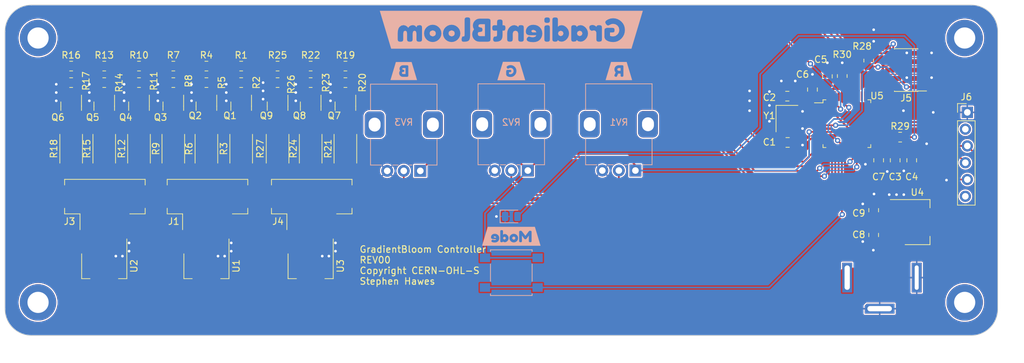
<source format=kicad_pcb>
(kicad_pcb (version 20221018) (generator pcbnew)
  (layers (0 "F.Cu" signal) (31 "B.Cu" signal) (34 "B.Paste" user) (35 "F.Paste" user) (36 "B.SilkS" user "B.Silkscreen") (37 "F.SilkS" user "F.Silkscreen") (38 "B.Mask" user) (39 "F.Mask" user) (44 "Edge.Cuts" user))
  (net 0 "")
  (net 1 "GND")
  (net 2 "/LED0_R")
  (net 3 "+12V")
  (net 4 "/LED0/B_OUT")
  (net 5 "/LED0/G_OUT")
  (net 6 "/LED0/R_OUT")
  (net 7 "Net-(J1-Pin_4)")
  (net 8 "/LED1/B_OUT")
  (net 9 "/LED1/G_OUT")
  (net 10 "/LED1/R_OUT")
  (net 11 "Net-(J3-Pin_4)")
  (net 12 "/LED2/B_OUT")
  (net 13 "/LED2/G_OUT")
  (net 14 "/LED2/R_OUT")
  (net 15 "Net-(J4-Pin_4)")
  (net 16 "Net-(Q1-G)")
  (net 17 "Net-(Q1-D)")
  (net 18 "Net-(Q2-G)")
  (net 19 "Net-(Q2-D)")
  (net 20 "Net-(Q3-G)")
  (net 21 "Net-(Q3-D)")
  (net 22 "Net-(Q4-G)")
  (net 23 "Net-(Q4-D)")
  (net 24 "Net-(Q5-G)")
  (net 25 "Net-(Q5-D)")
  (net 26 "Net-(Q6-G)")
  (net 27 "Net-(Q6-D)")
  (net 28 "Net-(Q7-G)")
  (net 29 "Net-(Q7-D)")
  (net 30 "Net-(Q8-G)")
  (net 31 "Net-(Q8-D)")
  (net 32 "Net-(Q9-G)")
  (net 33 "Net-(Q9-D)")
  (net 34 "/LED1_R")
  (net 35 "/LED2_R")
  (net 36 "/LED1_G")
  (net 37 "/LED2_B")
  (net 38 "/LED2_G")
  (net 39 "/LED0_G")
  (net 40 "/LED0_B")
  (net 41 "/LED")
  (net 42 "/R_POT")
  (net 43 "/G_POT")
  (net 44 "/B_POT")
  (net 45 "/LED1_B")
  (net 46 "Net-(D1-A)")
  (net 47 "OSC_OUT")
  (net 48 "OSC_IN")
  (net 49 "+3V3")
  (net 51 "MCU_RX")
  (net 52 "MCU_TX")
  (net 54 "RESET")
  (net 55 "BOOT0")
  (net 69 "SWDIO")
  (net 72 "SWCLK")
  (footprint "Package_TO_SOT_SMD:SOT-223" (layer "F.Cu") (at 46.1875 39.5 -90)
    (fp_text reference "U3")
    (fp_text value "AZ1117-5.0")
  )
  (footprint "Resistor_SMD:R_0805_2012Metric" (layer "F.Cu") (at 10 11.75 180)
    (fp_text reference "R17")
    (fp_text value "10k")
  )
  (footprint "Resistor_SMD:R_0805_2012Metric" (layer "F.Cu") (at 20.249999 11.75 180)
    (fp_text reference "R11")
    (fp_text value "10k")
  )
  (footprint "Resistor_SMD:R_2512_6332Metric" (layer "F.Cu") (at 35.6875 21.75 90)
    (fp_text reference "R3")
    (fp_text value "15R")
  )
  (footprint "Resistor_SMD:R_0805_2012Metric" (layer "F.Cu") (at 15 11.75 180)
    (fp_text reference "R14")
    (fp_text value "10k")
  )
  (footprint "Capacitor_SMD:C_0805_2012Metric" (layer "F.Cu") (at 124.25 10.8 90)
    (fp_text reference "C5")
    (fp_text value "100nF")
  )
  (footprint "Resistor_SMD:R_0805_2012Metric" (layer "F.Cu") (at 41.1875 9.25)
    (fp_text reference "R25")
    (fp_text value "120R")
  )
  (footprint "MountingHole:MountingHole_3.2mm_M3_ISO14580_Pad" (layer "F.Cu") (at 145 45)
    (fp_text reference "H3" hide)
    (fp_text value "MountingHole")
  )
  (footprint "Resistor_SMD:R_2512_6332Metric" (layer "F.Cu") (at 51.4375 21.75 90)
    (fp_text reference "R21")
    (fp_text value "15R")
  )
  (footprint "Package_TO_SOT_SMD:SOT-23" (layer "F.Cu") (at 10 15.3125 -90)
    (fp_text reference "Q6")
    (fp_text value "AO3400A")
  )
  (footprint "Resistor_SMD:R_0805_2012Metric" (layer "F.Cu") (at 51.4375 11.75 180)
    (fp_text reference "R20")
    (fp_text value "10k")
  )
  (footprint "Resistor_SMD:R_0805_2012Metric" (layer "F.Cu") (at 46.1875 9.25)
    (fp_text reference "R22")
    (fp_text value "120R")
  )
  (footprint "Resistor_SMD:R_2512_6332Metric" (layer "F.Cu") (at 10 21.75 90)
    (fp_text reference "R18")
    (fp_text value "15R")
  )
  (footprint "Resistor_SMD:R_0805_2012Metric" (layer "F.Cu") (at 51.4375 9.25)
    (fp_text reference "R19")
    (fp_text value "120R")
  )
  (footprint "Resistor_SMD:R_0805_2012Metric" (layer "F.Cu") (at 20.249999 9.25)
    (fp_text reference "R10")
    (fp_text value "120R")
  )
  (footprint "Capacitor_SMD:C_0805_2012Metric" (layer "F.Cu") (at 118.25 20.8 180)
    (fp_text reference "C1")
    (fp_text value "15pF")
  )
  (footprint "Capacitor_SMD:C_0805_2012Metric" (layer "F.Cu") (at 132 23.5 -90)
    (fp_text reference "C7")
    (fp_text value "4.7uF")
  )
  (footprint "Package_TO_SOT_SMD:SOT-23" (layer "F.Cu") (at 41.1875 15.3125 -90)
    (fp_text reference "Q9")
    (fp_text value "AO3400A")
  )
  (footprint "Package_TO_SOT_SMD:SOT-223" (layer "F.Cu") (at 137.85 32.85)
    (fp_text reference "U4")
    (fp_text value "AZ1117-3.3")
  )
  (footprint "Capacitor_SMD:C_0805_2012Metric" (layer "F.Cu") (at 137 23.5 -90)
    (fp_text reference "C4")
    (fp_text value "100nF")
  )
  (footprint "Package_TO_SOT_SMD:SOT-23" (layer "F.Cu") (at 51.4375 15.3125 -90)
    (fp_text reference "Q7")
    (fp_text value "AO3400A")
  )
  (footprint "Resistor_SMD:R_2512_6332Metric" (layer "F.Cu") (at 15 21.75 90)
    (fp_text reference "R15")
    (fp_text value "15R")
  )
  (footprint "Resistor_SMD:R_2512_6332Metric" (layer "F.Cu") (at 41.1875 21.75 90)
    (fp_text reference "R27")
    (fp_text value "15R")
  )
  (footprint "Resistor_SMD:R_0805_2012Metric" (layer "F.Cu") (at 35.6875 11.75 180)
    (fp_text reference "R2")
    (fp_text value "10k")
  )
  (footprint "Package_TO_SOT_SMD:SOT-223" (layer "F.Cu") (at 30.437501 39.5 -90)
    (fp_text reference "U1")
    (fp_text value "AZ1117-5.0")
  )
  (footprint "Resistor_SMD:R_2512_6332Metric" (layer "F.Cu") (at 25.437501 21.75 90)
    (fp_text reference "R9")
    (fp_text value "15R")
  )
  (footprint "Resistor_SMD:R_0805_2012Metric" (layer "F.Cu") (at 130.5 8.4125 90)
    (fp_text reference "R28")
    (fp_text value "10K")
  )
  (footprint "Connector_JST:JST_PH_B4B-PH-SM4-TB_1x04-1MP_P2.00mm_Vertical" (layer "F.Cu") (at 30.6 30.75)
    (fp_text reference "J1")
    (fp_text value "LED0")
  )
  (footprint "Resistor_SMD:R_2512_6332Metric" (layer "F.Cu") (at 30.437501 21.75 90)
    (fp_text reference "R6")
    (fp_text value "15R")
  )
  (footprint "Resistor_SMD:R_0805_2012Metric" (layer "F.Cu") (at 25.437501 11.75 180)
    (fp_text reference "R8")
    (fp_text value "10k")
  )
  (footprint "Connector_JST:JST_PH_B4B-PH-SM4-TB_1x04-1MP_P2.00mm_Vertical" (layer "F.Cu") (at 46.35 30.75)
    (fp_text reference "J4")
    (fp_text value "LED0")
  )
  (footprint "Resistor_SMD:R_0805_2012Metric" (layer "F.Cu") (at 135.25 20)
    (fp_text reference "R29")
    (fp_text value "220R")
  )
  (footprint "Resistor_SMD:R_0805_2012Metric" (layer "F.Cu") (at 46.1875 11.75 180)
    (fp_text reference "R23")
    (fp_text value "10k")
  )
  (footprint "Capacitor_SMD:C_0805_2012Metric" (layer "F.Cu") (at 131.25 34.8 -90)
    (fp_text reference "C8")
    (fp_text value "10uF")
  )
  (footprint "MountingHole:MountingHole_3.2mm_M3_ISO14580_Pad" (layer "F.Cu") (at 5 5)
    (fp_text reference "H1" hide)
    (fp_text value "MountingHole")
  )
  (footprint "Crystal:Crystal_SMD_3225-4Pin_3.2x2.5mm" (layer "F.Cu") (at 118.15 17.2 -90)
    (fp_text reference "Y1")
    (fp_text value "8MHz")
  )
  (footprint "Connector_PinHeader_1.27mm:PinHeader_2x05_P1.27mm_Vertical_SMD" (layer "F.Cu") (at 136.15 9.85 180)
    (fp_text reference "J5")
    (fp_text value "Conn_ARM_JTAG_SWD_10")
  )
  (footprint "Capacitor_SMD:C_0805_2012Metric" (layer "F.Cu") (at 118.2 13.8 180)
    (fp_text reference "C2")
    (fp_text value "15pF")
  )
  (footprint "feeder:UART_FRICTION_FIT" (layer "F.Cu") (at 145.25 16.25)
    (fp_text reference "J6")
    (fp_text value "PROGRAMMING_HEADER")
  )
  (footprint "Resistor_SMD:R_2512_6332Metric" (layer "F.Cu") (at 46.1875 21.75 90)
    (fp_text reference "R24")
    (fp_text value "15R")
  )
  (footprint "MountingHole:MountingHole_3.2mm_M3_ISO14580_Pad" (layer "F.Cu") (at 145 5)
    (fp_text reference "H2" hide)
    (fp_text value "MountingHole")
  )
  (footprint "Resistor_SMD:R_0805_2012Metric" (layer "F.Cu") (at 41.1875 11.75 180)
    (fp_text reference "R26")
    (fp_text value "10k")
  )
  (footprint "Package_TO_SOT_SMD:SOT-23" (layer "F.Cu") (at 46.1875 15.3125 -90)
    (fp_text reference "Q8")
    (fp_text value "AO3400A")
  )
  (footprint "Package_TO_SOT_SMD:SOT-23" (layer "F.Cu") (at 15 15.3125 -90)
    (fp_text reference "Q5")
    (fp_text value "AO3400A")
  )
  (footprint "Capacitor_SMD:C_0805_2012Metric" (layer "F.Cu") (at 134.5 23.5 -90)
    (fp_text reference "C3")
    (fp_text value "100nF")
  )
  (footprint "Package_TO_SOT_SMD:SOT-23" (layer "F.Cu") (at 35.6875 15.3125 -90)
    (fp_text reference "Q1")
    (fp_text value "AO3400A")
  )
  (footprint "Resistor_SMD:R_0805_2012Metric" (layer "F.Cu") (at 30.437501 11.75 180)
    (fp_text reference "R5")
    (fp_text value "10k")
  )
  (footprint "Resistor_SMD:R_0805_2012Metric" (layer "F.Cu") (at 126.5 10.75 90)
    (fp_text reference "R30")
    (fp_text value "10K")
  )
  (footprint "Resistor_SMD:R_0805_2012Metric" (layer "F.Cu") (at 30.437501 9.25)
    (fp_text reference "R4")
    (fp_text value "120R")
  )
  (footprint "Resistor_SMD:R_0805_2012Metric" (layer "F.Cu") (at 25.437501 9.25)
    (fp_text reference "R7")
    (fp_text value "120R")
  )
  (footprint "Resistor_SMD:R_0805_2012Metric" (layer "F.Cu") (at 35.6875 9.25)
    (fp_text reference "R1")
    (fp_text value "120R")
  )
  (footprint "Resistor_SMD:R_0805_2012Metric" (layer "F.Cu") (at 15 9.25)
    (fp_text reference "R13")
    (fp_text value "120R")
  )
  (footprint "Resistor_SMD:R_2512_6332Metric" (layer "F.Cu") (at 20.249999 21.75 90)
    (fp_text reference "R12")
    (fp_text value "15R")
  )
  (footprint "Package_TO_SOT_SMD:SOT-23" (layer "F.Cu") (at 20.249999 15.3125 -90)
    (fp_text reference "Q4")
    (fp_text value "AO3400A")
  )
  (footprint "Package_TO_SOT_SMD:SOT-23" (layer "F.Cu") (at 30.437501 15.3125 -90)
    (fp_text reference "Q2")
    (fp_text value "AO3400A")
  )
  (footprint "Resistor_SMD:R_0805_2012Metric" (layer "F.Cu") (at 10 9.25)
    (fp_text reference "R16")
    (fp_text value "120R")
  )
  (footprint "Capacitor_SMD:C_0805_2012Metric" (layer "F.Cu") (at 122 12.8 90)
    (fp_text reference "C6")
    (fp_text value "4.7uF")
  )
  (footprint "Package_TO_SOT_SMD:SOT-23" (layer "F.Cu") (at 25.437501 15.3125 -90)
    (fp_text reference "Q3")
    (fp_text value "AO3400A")
  )
  (footprint "Package_QFP:LQFP-48_7x7mm_P0.5mm" (layer "F.Cu") (at 127.2 17.96)
    (fp_text reference "U5")
    (fp_text value "STM32F031C6Tx")
  )
  (footprint "Package_TO_SOT_SMD:SOT-223" (layer "F.Cu") (at 15 39.5 -90)
    (fp_text reference "U2")
    (fp_text value "AZ1117-5.0")
  )
  (footprint "MountingHole:MountingHole_3.2mm_M3_ISO14580_Pad" (layer "F.Cu") (at 5 45)
    (fp_text reference "H4" hide)
    (fp_text value "MountingHole")
  )
  (footprint "Capacitor_SMD:C_0805_2012Metric" (layer "F.Cu") (at 131.25 31.05 90)
    (fp_text reference "C9")
    (fp_text value "10uF")
  )
  (footprint "Connector_JST:JST_PH_B4B-PH-SM4-TB_1x04-1MP_P2.00mm_Vertical" (layer "F.Cu") (at 15.1 30.75)
    (fp_text reference "J3")
    (fp_text value "LED0")
  )
  (footprint "Potentiometer_THT:Potentiometer_Alps_RK09K_Single_Vertical" (layer "B.Cu") (at 62.75 25.1 90)
    (fp_text reference "RV3")
    (fp_text value "B_POT")
  )
  (footprint "Potentiometer_THT:Potentiometer_Alps_RK09K_Single_Vertical" (layer "B.Cu") (at 95.25 25.05 90)
    (fp_text reference "RV1")
    (fp_text value "R_POT")
  )
  (footprint "kibuzzard-64A36F5D" (layer "B.Cu") (at 60.25 10 180)
    (fp_text reference "kibuzzard-64A36F5D" hide)
    (fp_text value "G***" hide)
  )
  (footprint "Potentiometer_THT:Potentiometer_Alps_RK09K_Single_Vertical" (layer "B.Cu") (at 79 25.05 90)
    (fp_text reference "RV2")
    (fp_text value "G_POT")
  )
  (footprint "kibuzzard-64A36E8B" (layer "B.Cu") (at 76.5 3.75 180)
    (fp_text reference "kibuzzard-64A36E8B" hide)
    (fp_text value "G***" hide)
  )
  (footprint "LED_SMD:LED_0805_2012Metric" (layer "B.Cu") (at 76.5 32)
    (fp_text reference "D1" hide)
    (fp_text value "LED")
  )
  (footprint "kibuzzard-64A36FD2" (layer "B.Cu") (at 76.5 35 180)
    (fp_text reference "kibuzzard-64A36FD2" hide)
    (fp_text value "G***" hide)
  )
  (footprint "gradientbloom:DC-012A-20A" (layer "B.Cu") (at 132.25 41.25 -90)
    (fp_text reference "J2" hide)
    (fp_text value "Barrel_Jack_MountingPin")
  )
  (footprint "kibuzzard-64A36F3A" (layer "B.Cu") (at 92.75 10 180)
    (fp_text reference "kibuzzard-64A36F3A" hide)
    (fp_text value "G***" hide)
  )
  (footprint "kibuzzard-64A36F4E" (layer "B.Cu") (at 76.5 10 180)
    (fp_text reference "kibuzzard-64A36F4E" hide)
    (fp_text value "G***" hide)
  )
  (footprint "Button_Switch_SMD:SW_SPST_B3S-1000" (layer "B.Cu") (at 76.5 40.5 180)
    (fp_text reference "SW1" hide)
    (fp_text value "MODE/BOOT")
  )
  (gr_arc (start 150 46) (mid 148.828427 48.828427) (end 146 50) (stroke (width 0.1)) (layer "Edge.Cuts"))
  (gr_line (start 150 46) (end 150 4) (stroke (width 0.1)) (layer "Edge.Cuts"))
  (gr_arc (start 0 4) (mid 1.171573 1.171573) (end 4 0) (stroke (width 0.1)) (layer "Edge.Cuts"))
  (gr_line (start 4 50) (end 146 50) (stroke (width 0.1)) (layer "Edge.Cuts"))
  (gr_arc (start 146 0) (mid 148.828427 1.171573) (end 150 4) (stroke (width 0.1)) (layer "Edge.Cuts"))
  (gr_arc (start 4 50) (mid 1.171573 48.828427) (end 0 46) (stroke (width 0.1)) (layer "Edge.Cuts"))
  (gr_line (start 146 0) (end 4 0) (stroke (width 0.1)) (layer "Edge.Cuts"))
  (gr_line (start 0 4) (end 0 46) (stroke (width 0.1)) (layer "Edge.Cuts"))
  (gr_text "GradientBloom Controller\nREV00\nCopyright CERN-OHL-S\nStephen Hawes\n\n" (at 53.5 44) (layer "F.SilkS") (effects (font (size 1 1)) (justify left bottom)))
  (segment (start 45.275 14.3375) (end 45.2375 14.375) (width 1) (layer "F.Cu") (net 1))
  (segment (start 19.3375 11.75) (end 19.3375 14.3375) (width 1) (layer "F.Cu") (net 1))
  (segment (start 122.234315 18.71) (end 121.824315 18.3) (width 0.25) (layer "F.Cu") (net 1))
  (segment (start 24.525001 14.3375) (end 24.487501 14.375) (width 1) (layer "F.Cu") (net 1))
  (segment (start 29.525001 14.3375) (end 29.487501 14.375) (width 1) (layer "F.Cu") (net 1))
  (segment (start 116.2 12.9) (end 116.7 12.4) (width 0.25) (layer "F.Cu") (net 1))
  (segment (start 119.7 22.1) (end 116.7 22.1) (width 0.25) (layer "F.Cu") (net 1))
  (segment (start 24.525001 11.75) (end 24.525001 14.3375) (width 1) (layer "F.Cu") (net 1))
  (segment (start 120.2 18.4) (end 120.2 20.9) (width 0.25) (layer "F.Cu") (net 1))
  (segment (start 129.45 23.55) (end 129.45 22.1225) (width 0.25) (layer "F.Cu") (net 1))
  (segment (start 120.5 16.1) (end 120.2 16.4) (width 0.25) (layer "F.Cu") (net 1))
  (segment (start 45.275 11.75) (end 45.275 14.3375) (width 1) (layer "F.Cu") (net 1))
  (segment (start 121.824315 18.3) (end 120.3 18.3) (width 0.25) (layer "F.Cu") (net 1))
  (segment (start 116.2 21.6) (end 116.2 12.9) (width 0.25) (layer "F.Cu") (net 1))
  (segment (start 120.2 21.5) (end 120.2 21.6) (width 0.25) (layer "F.Cu") (net 1))
  (segment (start 9.0875 14.3375) (end 9.05 14.375) (width 1) (layer "F.Cu") (net 1))
  (segment (start 50.525 11.75) (end 50.525 14.3375) (width 1) (layer "F.Cu") (net 1))
  (segment (start 130 24.1) (end 129.45 23.55) (width 0.25) (layer "F.Cu") (net 1))
  (segment (start 14.0875 14.3375) (end 14.05 14.375) (width 1) (layer "F.Cu") (net 1))
  (segment (start 9.0875 11.75) (end 9.0875 14.3375) (width 1) (layer "F.Cu") (net 1))
  (segment (start 40.275 14.3375) (end 40.2375 14.375) (width 1) (layer "F.Cu") (net 1))
  (segment (start 120.2 21.6) (end 119.7 22.1) (width 0.25) (layer "F.Cu") (net 1))
  (segment (start 116.7 22.1) (end 116.2 21.6) (width 0.25) (layer "F.Cu") (net 1))
  (segment (start 123.0375 18.71) (end 122.234315 18.71) (width 0.25) (layer "F.Cu") (net 1))
  (segment (start 119.7 12.4) (end 120.2 12.9) (width 0.25) (layer "F.Cu") (net 1))
  (segment (start 120.2 20.9) (end 120.5 21.2) (width 0.25) (layer "F.Cu") (net 1))
  (segment (start 34.775001 14.3375) (end 34.737501 14.375) (width 1) (layer "F.Cu") (net 1))
  (segment (start 120.2 12.9) (end 120.2 15.8) (width 0.25) (layer "F.Cu") (net 1))
  (segment (start 19.3375 14.3375) (end 19.3 14.375) (width 1) (layer "F.Cu") (net 1))
  (segment (start 120.3 18.3) (end 120.2 18.4) (width 0.25) (layer "F.Cu") (net 1))
  (segment (start 34.775001 11.75) (end 34.775001 14.3375) (width 1) (layer "F.Cu") (net 1))
  (segment (start 40.275 11.75) (end 40.275 14.3375) (width 1) (layer "F.Cu") (net 1))
  (segment (start 120.2 16.4) (end 120.2 16.5) (width 0.25) (layer "F.Cu") (net 1))
  (segment (start 116.7 12.4) (end 119.7 12.4) (width 0.25) (layer "F.Cu") (net 1))
  (segment (start 120.2 15.8) (end 120.5 16.1) (width 0.25) (layer "F.Cu") (net 1))
  (segment (start 29.525001 11.75) (end 29.525001 14.3375) (width 1) (layer "F.Cu") (net 1))
  (segment (start 14.0875 11.75) (end 14.0875 14.3375) (width 1) (layer "F.Cu") (net 1))
  (segment (start 120.5 21.2) (end 120.2 21.5) (width 0.25) (layer "F.Cu") (net 1))
  (segment (start 50.525 14.3375) (end 50.4875 14.375) (width 1) (layer "F.Cu") (net 1))
  (via (at 12.75 12) (size 0.8) (drill 0.4) (layers "F.Cu" "B.Cu") (net 1))
  (via (at 115.5 15.2) (size 0.8) (drill 0.4) (layers "F.Cu" "B.Cu") (net 1))
  (via (at 18 13.25) (size 0.8) (drill 0.4) (layers "F.Cu" "B.Cu") (net 1))
  (via (at 135.8 25.1) (size 0.8) (drill 0.4) (layers "F.Cu" "B.Cu") (net 1))
  (via (at 39 13) (size 0.8) (drill 0.4) (layers "F.Cu" "B.Cu") (net 1))
  (via (at 120.5 18.7) (size 0.8) (drill 0.4) (layers "F.Cu" "B.Cu") (net 1))
  (via (at 17.75 38) (size 0.8) (drill 0.4) (layers "F.Cu" "B.Cu") (net 1))
  (via (at 34.187501 36) (size 0.8) (drill 0.4) (layers "F.Cu" "B.Cu") (net 1))
  (via (at 7.75 14.5) (size 0.8) (drill 0.4) (layers "F.Cu" "B.Cu") (net 1))
  (via (at 7.75 13.25) (size 0.8) (drill 0.4) (layers "F.Cu" "B.Cu") (net 1))
  (via (at 33.437501 12) (size 0.8) (drill 0.4) (layers "F.Cu" "B.Cu") (net 1))
  (via (at 140 7.25) (size 0.8) (drill 0.4) (layers "F.Cu" "B.Cu") (net 1))
  (via (at 112.5 14.5) (size 0.8) (drill 0.4) (layers "F.Cu" "B.Cu") (net 1))
  (via (at 136.25 11) (size 0.8) (drill 0.4) (layers "F.Cu" "B.Cu") (net 1))
  (via (at 49.9375 36) (size 0.8) (drill 0.4) (layers "F.Cu" "B.Cu") (net 1))
  (via (at 131.3 28.6) (size 0.8) (drill 0.4) (layers "F.Cu" "B.Cu") (net 1))
  (via (at 119.4 11.5) (size 0.8) (drill 0.4) (layers "F.Cu" "B.Cu") (net 1))
  (via (at 43.9375 12) (size 0.8) (drill 0.4) (layers "F.Cu" "B.Cu") (net 1))
  (via (at 47.9375 38) (size 0.8) (drill 0.4) (layers "F.Cu" "B.Cu") (net 1))
  (via (at 12.75 14.5) (size 0.8) (drill 0.4) (layers "F.Cu" "B.Cu") (net 1))
  (via (at 115.5 13.1) (size 0.8) (drill 0.4) (layers "F.Cu" "B.Cu") (net 1))
  (via (at 49.1875 12) (size 0.8) (drill 0.4) (layers "F.Cu" "B.Cu") (net 1))
  (via (at 131.2 37.1) (size 0.8) (drill 0.4) (layers "F.Cu" "B.Cu") (net 1))
  (via (at 135.8 28.7) (size 0.8) (drill 0.4) (layers "F.Cu" "B.Cu") (net 1))
  (via (at 43.9375 13.25) (size 0.8) (drill 0.4) (layers "F.Cu" "B.Cu") (net 1))
  (via (at 120.5 21.2) (size 0.8) (drill 0.4) (layers "F.Cu" "B.Cu") (net 1))
  (via (at 33.437501 14.5) (size 0.8) (drill 0.4) (layers "F.Cu" "B.Cu") (net 1))
  (via (at 134.7 28.7) (size 0.8) (drill 0.4) (layers "F.Cu" "B.Cu") (net 1))
  (via (at 23.1 13.25) (size 0.8) (drill 0.4) (layers "F.Cu" "B.Cu") (net 1))
  (via (at 16.75 38) (size 0.8) (drill 0.4) (layers "F.Cu" "B.Cu") (net 1))
  (via (at 49.9375 37.25) (size 0.8) (drill 0.4) (layers "F.Cu" "B.Cu") (net 1))
  (via (at 124.25 8.75) (size 0.8) (drill 0.4) (layers "F.Cu" "B.Cu") (net 1))
  (via (at 33.187501 38) (size 0.8) (drill 0.4) (layers "F.Cu" "B.Cu") (net 1))
  (via (at 129.6 30.1) (size 0.8) (drill 0.4) (layers "F.Cu" "B.Cu") (net 1))
  (via (at 136.25 7.25) (size 0.8) (drill 0.4) (layers "F.Cu" "B.Cu") (net 1))
  (via (at 18 14.5) (size 0.8) (drill 0.4) (layers "F.Cu" "B.Cu") (net 1))
  (via (at 122 10.5) (size 0.8) (drill 0.4) (layers "F.Cu" "B.Cu") (net 1))
  (via (at 49.1875 14.5) (size 0.8) (drill 0.4) (layers "F.Cu" "B.Cu") (net 1))
  (via (at 18.75 37.25) (size 0.8) (drill 0.4) (layers "F.Cu" "B.Cu") (net 1))
  (via (at 140.25 16.25) (size 0.8) (drill 0.4) (layers "F.Cu" "B.Cu") (net 1))
  (via (at 129.6 35.8) (size 0.8) (drill 0.4) (layers "F.Cu" "B.Cu") (net 1))
  (via (at 131.25 3.75) (size 0.8) (drill 0.4) (layers "F.Cu" "B.Cu") (net 1))
  (via (at 133.6 28.7) (size 0.8) (drill 0.4) (layers "F.Cu" "B.Cu") (net 1))
  (via (at 39 11.75) (size 0.8) (drill 0.4) (layers "F.Cu" "B.Cu") (net 1))
  (via (at 23.1 12) (size 0.8) (drill 0.4) (layers "F.Cu" "B.Cu") (net 1))
  (via (at 28.187501 12) (size 0.8) (drill 0.4) (layers "F.Cu" "B.Cu") (net 1))
  (via (at 112.5 16) (size 0.8) (drill 0.4) (layers "F.Cu" "B.Cu") (net 1))
  (via (at 39 14.25) (size 0.8) (drill 0.4) (layers "F.Cu" "B.Cu") (net 1))
  (via (at 28.187501 14.5) (size 0.8) (drill 0.4) (layers "F.Cu" "B.Cu") (net 1))
  (via (at 74.25 32) (size 0.8) (drill 0.4) (layers "F.Cu" "B.Cu") (net 1))
  (via (at 32.187501 38) (size 0.8) (drill 0.4) (layers "F.Cu" "B.Cu") (net 1))
  (via (at 43.9375 14.5) (size 0.8) (drill 0.4) (layers "F.Cu" "B.Cu") (net 1))
  (via (at 18.75 36) (size 0.8) (drill 0.4) (layers "F.Cu" "B.Cu") (net 1))
  (via (at 142.25 26.5) (size 0.8) (drill 0.4) (layers "F.Cu" "B.Cu") (net 1))
  (via (at 133.3 25.2) (size 0.8) (drill 0.4) (layers "F.Cu" "B.Cu") (net 1))
  (via (at 18 12) (size 0.8) (drill 0.4) (layers "F.Cu" "B.Cu") (net 1))
  (via (at 112.5 13) (size 0.8) (drill 0.4) (layers "F.Cu" "B.Cu") (net 1))
  (via (at 120.5 16.1) (size 0.8) (drill 0.4) (layers "F.Cu" "B.Cu") (net 1))
  (via (at 12.75 13.25) (size 0.8) (drill 0.4) (layers "F.Cu" "B.Cu") (net 1))
  (via (at 34.187501 37.25) (size 0.8) (drill 0.4) (layers "F.Cu" "B.Cu") (net 1))
  (via (at 140 11) (size 0.8) (drill 0.4) (layers "F.Cu" "B.Cu") (net 1))
  (via (at 33.437501 13.25) (size 0.8) (drill 0.4) (layers "F.Cu" "B.Cu") (net 1))
  (via (at 131.25 5.5) (size 0.8) (drill 0.4) (layers "F.Cu" "B.Cu") (net 1))
  (via (at 117.3 11.5) (size 0.8) (drill 0.4) (layers "F.Cu" "B.Cu") (net 1))
  (via (at 139.25 21) (size 0.8) (drill 0.4) (layers "F.Cu" "B.Cu") (net 1))
  (via (at 130 24.1) (size 0.8) (drill 0.4) (layers "F.Cu" "B.Cu") (net 1))
  (via (at 23.1 14.5) (size 0.8) (drill 0.4) (layers "F.Cu" "B.Cu") (net 1))
  (via (at 28.187501 13.25) (size 0.8) (drill 0.4) (layers "F.Cu" "B.Cu") (net 1))
  (via (at 49.1875 13.25) (size 0.8) (drill 0.4) (layers "F.Cu" "B.Cu") (net 1))
  (via (at 7.75 12) (size 0.8) (drill 0.4) (layers "F.Cu" "B.Cu") (net 1))
  (via (at 115.5 17.6) (size 0.8) (drill 0.4) (layers "F.Cu" "B.Cu") (net 1))
  (via (at 135.75 16) (size 0.8) (drill 0.4) (layers "F.Cu" "B.Cu") (net 1))
  (via (at 48.9375 38) (size 0.8) (drill 0.4) (layers "F.Cu" "B.Cu") (net 1))
  (via (at 126.5 8.75) (size 0.8) (drill 0.4) (layers "F.Cu" "B.Cu") (net 1))
  (segment (start 127.95 8.55) (end 123.4 4) (width 0.25) (layer "F.Cu") (net 2))
  (segment (start 127.95 13.7975) (end 127.95 8.55) (width 0.25) (layer "F.Cu") (net 2))
  (segment (start 123.4 4) (end 23.643749 4) (width 0.25) (layer "F.Cu") (net 2))
  (segment (start 19.337499 8.30625) (end 19.337499 9.25) (width 0.25) (layer "F.Cu") (net 2))
  (segment (start 23.643749 4) (end 19.337499 8.30625) (width 0.25) (layer "F.Cu") (net 2))
  (segment (start 127.25 41.25) (end 131.15 41.25) (width 3) (layer "F.Cu") (net 3))
  (segment (start 46.4 46.5) (end 28.9 46.5) (width 3) (layer "F.Cu") (net 3))
  (segment (start 42 38.2375) (end 42 46.5) (width 2) (layer "F.Cu") (net 3))
  (segment (start 28.137501 36.35) (end 26.5 37.987501) (width 2) (layer "F.Cu") (net 3))
  (segment (start 12.7 36.35) (end 11 38.05) (width 2) (layer "F.Cu") (net 3))
  (segment (start 131.25 33.85) (end 132.15 33.85) (width 1) (layer "F.Cu") (net 3))
  (segment (start 131.15 41.25) (end 134.7 37.7) (width 3) (layer "F.Cu") (net 3))
  (segment (start 127.25 41.25) (end 127.25 45.15) (width 3) (layer "F.Cu") (net 3))
  (segment (start 132.15 33.85) (end 133.5 35.2) (width 1) (layer "F.Cu") (net 3))
  (segment (start 43.8875 36.35) (end 42 38.2375) (width 2) (layer "F.Cu") (net 3))
  (segment (start 28.9 46.5) (end 11 46.5) (width 3) (layer "F.Cu") (net 3))
  (segment (start 134.7 37.7) (end 134.7 35.3) (width 3) (layer "F.Cu") (net 3))
  (segment (start 134.65 35.2) (end 134.7 35.15) (width 1) (layer "F.Cu") (net 3))
  (segment (start 133.5 35.2) (end 134.65 35.2) (width 1) (layer "F.Cu") (net 3))
  (segment (start 26.5 37.987501) (end 26.5 46.5) (width 2) (layer "F.Cu") (net 3))
  (segment (start 125.9 46.5) (end 46.4 46.5) (width 3) (layer "F.Cu") (net 3))
  (segment (start 11 38.05) (end 11 46.5) (width 2) (layer "F.Cu") (net 3))
  (segment (start 127.25 45.15) (end 125.9 46.5) (width 3) (layer "F.Cu") (net 3))
  (segment (start 12.1 31.25) (end 12.1 25.85) (width 1) (layer "F.Cu") (net 4))
  (segment (start 10.9625 24.7125) (end 10 24.7125) (width 1) (layer "F.Cu") (net 4))
  (segment (start 12.1 25.85) (end 10.9625 24.7125) (width 1) (layer "F.Cu") (net 4))
  (segment (start 14.1 31.25) (end 14.1 25.6125) (width 1) (layer "F.Cu") (net 5))
  (segment (start 14.1 25.6125) (end 15 24.7125) (width 1) (layer "F.Cu") (net 5))
  (segment (start 16.1 27.881249) (end 19.268749 24.7125) (width 1) (layer "F.Cu") (net 6))
  (segment (start 19.268749 24.7125) (end 20.249999 24.7125) (width 1) (layer "F.Cu") (net 6))
  (segment (start 16.1 31.25) (end 16.1 27.881249) (width 1) (layer "F.Cu") (net 6))
  (segment (start 31.75 39.75) (end 34.25 39.75) (width 1) (layer "F.Cu") (net 7))
  (segment (start 33.6 33.1) (end 33.6 31.25) (width 1) (layer "F.Cu") (net 7))
  (segment (start 30.437501 38.437501) (end 31.75 39.75) (width 1) (layer "F.Cu") (net 7))
  (segment (start 36 35.5) (end 33.6 33.1) (width 1) (layer "F.Cu") (net 7))
  (segment (start 34.25 39.75) (end 36 38) (width 1) (layer "F.Cu") (net 7))
  (segment (start 30.437501 36.35) (end 30.437501 38.437501) (width 1) (layer "F.Cu") (net 7))
  (segment (start 36 38) (end 36 35.5) (width 1) (layer "F.Cu") (net 7))
  (segment (start 27.6 25.85) (end 26.4625 24.7125) (width 1) (layer "F.Cu") (net 8))
  (segment (start 27.6 31.25) (end 27.6 25.85) (width 1) (layer "F.Cu") (net 8))
  (segment (start 26.4625 24.7125) (end 25.437501 24.7125) (width 1) (layer "F.Cu") (net 8))
  (segment (start 29.6 31.25) (end 29.6 25.550001) (width 1) (layer "F.Cu") (net 9))
  (segment (start 29.6 25.550001) (end 30.437501 24.7125) (width 1) (layer "F.Cu") (net 9))
  (segment (start 34.7375 24.7125) (end 35.6875 24.7125) (width 1) (layer "F.Cu") (net 10))
  (segment (start 31.6 31.25) (end 31.6 27.85) (width 1) (layer "F.Cu") (net 10))
  (segment (start 31.6 27.85) (end 34.7375 24.7125) (width 1) (layer "F.Cu") (net 10))
  (segment (start 20.5 38.25) (end 20.5 35.5) (width 1) (layer "F.Cu") (net 11))
  (segment (start 18.1 33.1) (end 18.1 31.25) (width 1) (layer "F.Cu") (net 11))
  (segment (start 18.75 40) (end 20.5 38.25) (width 1) (layer "F.Cu") (net 11))
  (segment (start 15 39) (end 16 40) (width 1) (layer "F.Cu") (net 11))
  (segment (start 16 40) (end 18.75 40) (width 1) (layer "F.Cu") (net 11))
  (segment (start 15 36.35) (end 15 39) (width 1) (layer "F.Cu") (net 11))
  (segment (start 20.5 35.5) (end 18.1 33.1) (width 1) (layer "F.Cu") (net 11))
  (segment (start 43.35 25.85) (end 42.2125 24.7125) (width 1) (layer "F.Cu") (net 12))
  (segment (start 42.2125 24.7125) (end 41.1875 24.7125) (width 1) (layer "F.Cu") (net 12))
  (segment (start 43.35 31.25) (end 43.35 25.85) (width 1) (layer "F.Cu") (net 12))
  (segment (start 45.35 31.25) (end 45.35 25.55) (width 1) (layer "F.Cu") (net 13))
  (segment (start 45.35 25.55) (end 46.1875 24.7125) (width 1) (layer "F.Cu") (net 13))
  (segment (start 47.35 31.25) (end 47.35 27.65) (width 1) (layer "F.Cu") (net 14))
  (segment (start 50.2875 24.7125) (end 51.4375 24.7125) (width 1) (layer "F.Cu") (net 14))
  (segment (start 47.35 27.65) (end 50.2875 24.7125) (width 1) (layer "F.Cu") (net 14))
  (segment (start 51.75 35.5) (end 49.35 33.1) (width 1) (layer "F.Cu") (net 15))
  (segment (start 51.75 37.75) (end 51.75 35.5) (width 1) (layer "F.Cu") (net 15))
  (segment (start 47.25 39.5) (end 50 39.5) (width 1) (layer "F.Cu") (net 15))
  (segment (start 50 39.5) (end 51.75 37.75) (width 1) (layer "F.Cu") (net 15))
  (segment (start 46.1875 36.35) (end 46.1875 38.4375) (width 1) (layer "F.Cu") (net 15))
  (segment (start 49.35 33.1) (end 49.35 31.25) (width 1) (layer "F.Cu") (net 15))
  (segment (start 46.1875 38.4375) (end 47.25 39.5) (width 1) (layer "F.Cu") (net 15))
  (segment (start 36.600001 14.3375) (end 36.600001 11.75) (width 1) (layer "F.Cu") (net 16))
  (segment (start 36.600001 11.75) (end 36.600001 9.25) (width 1) (layer "F.Cu") (net 16))
  (segment (start 36.637501 14.375) (end 36.600001 14.3375) (width 1) (layer "F.Cu") (net 16))
  (segment (start 35.687501 18.7875) (end 35.687501 16.25) (width 1) (layer "F.Cu") (net 17))
  (segment (start 31.350001 11.75) (end 31.350001 14.3375) (width 1) (layer "F.Cu") (net 18))
  (segment (start 31.350001 14.3375) (end 31.387501 14.375) (width 1) (layer "F.Cu") (net 18))
  (segment (start 31.350001 9.25) (end 31.350001 11.75) (width 1) (layer "F.Cu") (net 18))
  (segment (start 30.437501 16.25) (end 30.437501 18.7875) (width 1) (layer "F.Cu") (net 19))
  (segment (start 26.350001 9.25) (end 26.350001 11.75) (width 1) (layer "F.Cu") (net 20))
  (segment (start 26.350001 14.3375) (end 26.387501 14.375) (width 1) (layer "F.Cu") (net 20))
  (segment (start 26.350001 11.75) (end 26.350001 14.3375) (width 1) (layer "F.Cu") (net 20))
  (segment (start 25.437501 16.25) (end 25.437501 18.7875) (width 1) (layer "F.Cu") (net 21))
  (segment (start 21.1625 14.3375) (end 21.1625 11.75) (width 1) (layer "F.Cu") (net 22))
  (segment (start 21.1625 11.75) (end 21.1625 9.25) (width 1) (layer "F.Cu") (net 22))
  (segment (start 21.2 14.375) (end 21.1625 14.3375) (width 1) (layer "F.Cu") (net 22))
  (segment (start 20.25 18.7875) (end 20.25 16.25) (width 1) (layer "F.Cu") (net 23))
  (segment (start 15.9125 14.3375) (end 15.95 14.375) (width 1) (layer "F.Cu") (net 24))
  (segment (start 15.9125 11.75) (end 15.9125 14.3375) (width 1) (layer "F.Cu") (net 24))
  (segment (start 15.9125 9.25) (end 15.9125 11.75) (width 1) (layer "F.Cu") (net 24))
  (segment (start 15 16.25) (end 15 18.7875) (width 1) (layer "F.Cu") (net 25))
  (segment (start 10.9125 11.75) (end 10.9125 14.3375) (width 1) (layer "F.Cu") (net 26))
  (segment (start 10.9125 14.3375) (end 10.95 14.375) (width 1) (layer "F.Cu") (net 26))
  (segment (start 10.9125 9.25) (end 10.9125 11.75) (width 1) (layer "F.Cu") (net 26))
  (segment (start 10 16.25) (end 10 18.7875) (width 1) (layer "F.Cu") (net 27))
  (segment (start 52.35 14.3375) (end 52.35 11.75) (width 1) (layer "F.Cu") (net 28))
  (segment (start 52.35 11.75) (end 52.35 9.25) (width 1) (layer "F.Cu") (net 28))
  (segment (start 52.3875 14.375) (end 52.35 14.3375) (width 1) (layer "F.Cu") (net 28))
  (segment (start 51.4375 18.7875) (end 51.4375 16.25) (width 1) (layer "F.Cu") (net 29))
  (segment (start 47.1 11.75) (end 47.1 14.3375) (width 1) (layer "F.Cu") (net 30))
  (segment (start 47.1 9.25) (end 47.1 11.75) (width 1) (layer "F.Cu") (net 30))
  (segment (start 47.1 14.3375) (end 47.1375 14.375) (width 1) (layer "F.Cu") (net 30))
  (segment (start 46.1875 16.25) (end 46.1875 18.7875) (width 1) (layer "F.Cu") (net 31))
  (segment (start 42.1 14.3375) (end 42.1375 14.375) (width 1) (layer "F.Cu") (net 32))
  (segment (start 42.1 11.75) (end 42.1 14.3375) (width 1) (layer "F.Cu") (net 32))
  (segment (start 42.1 9.25) (end 42.1 11.75) (width 1) (layer "F.Cu") (net 32))
  (segment (start 41.1875 16.25) (end 41.1875 18.7875) (width 1) (layer "F.Cu") (net 33))
  (segment (start 97.4 5.8) (end 37.3 5.8) (width 0.25) (layer "F.Cu") (net 34))
  (segment (start 37.3 5.8) (end 34.775 8.325) (width 0.25) (layer "F.Cu") (net 34))
  (segment (start 34.775 8.325) (end 34.775 9.25) (width 0.25) (layer "F.Cu") (net 34))
  (segment (start 123.0375 21.3625) (end 120.7 23.7) (width 0.25) (layer "F.Cu") (net 34))
  (segment (start 115.3 23.7) (end 97.4 5.8) (width 0.25) (layer "F.Cu") (net 34))
  (segment (start 120.7 23.7) (end 115.3 23.7) (width 0.25) (layer "F.Cu") (net 34))
  (segment (start 123.0375 20.71) (end 123.0375 21.3625) (width 0.25) (layer "F.Cu") (net 34))
  (segment (start 128.7 24.5) (end 128.7 23.574695) (width 0.25) (layer "F.Cu") (net 35))
  (segment (start 112.2 25.9) (end 93.9 7.6) (width 0.25) (layer "F.Cu") (net 35))
  (segment (start 50.525 8.3625) (end 50.525 9.25) (width 0.25) (layer "F.Cu") (net 35))
  (segment (start 93.9 7.6) (end 51.2875 7.6) (width 0.25) (layer "F.Cu") (net 35))
  (segment (start 51.2875 7.6) (end 50.525 8.3625) (width 0.25) (layer "F.Cu") (net 35))
  (segment (start 123.8 25.9) (end 112.2 25.9) (width 0.25) (layer "F.Cu") (net 35))
  (segment (start 128.7 23.574695) (end 128.95 23.324695) (width 0.25) (layer "F.Cu") (net 35))
  (segment (start 128.95 23.324695) (end 128.95 22.1225) (width 0.25) (layer "F.Cu") (net 35))
  (via (at 128.7 24.5) (size 0.8) (drill 0.4) (layers "F.Cu" "B.Cu") (net 35))
  (via (at 123.8 25.9) (size 0.8) (drill 0.4) (layers "F.Cu" "B.Cu") (net 35))
  (segment (start 124.651789 25.048211) (end 128.151789 25.048211) (width 0.25) (layer "B.Cu") (net 35))
  (segment (start 128.151789 25.048211) (end 128.7 24.5) (width 0.25) (layer "B.Cu") (net 35))
  (segment (start 123.8 25.9) (end 124.651789 25.048211) (width 0.25) (layer "B.Cu") (net 35))
  (segment (start 98.5 5.2) (end 32.7 5.2) (width 0.25) (layer "F.Cu") (net 36))
  (segment (start 123.0375 20.21) (end 121.79 20.21) (width 0.25) (layer "F.Cu") (net 36))
  (segment (start 29.525001 8.374999) (end 29.525001 9.25) (width 0.25) (layer "F.Cu") (net 36))
  (segment (start 121.79 20.21) (end 121.3 20.7) (width 0.25) (layer "F.Cu") (net 36))
  (segment (start 32.7 5.2) (end 29.525001 8.374999) (width 0.25) (layer "F.Cu") (net 36))
  (segment (start 121.3 20.7) (end 121.3 21.7) (width 0.25) (layer "F.Cu") (net 36))
  (segment (start 121.3 21.7) (end 120 23) (width 0.25) (layer "F.Cu") (net 36))
  (segment (start 116.3 23) (end 98.5 5.2) (width 0.25) (layer "F.Cu") (net 36))
  (segment (start 120 23) (end 116.3 23) (width 0.25) (layer "F.Cu") (net 36))
  (segment (start 121.2 24.4) (end 114.3 24.4) (width 0.25) (layer "F.Cu") (net 37))
  (segment (start 40.275 8.325) (end 40.275 9.25) (width 0.25) (layer "F.Cu") (net 37))
  (segment (start 114.3 24.4) (end 96.3 6.4) (width 0.25) (layer "F.Cu") (net 37))
  (segment (start 96.3 6.4) (end 42.2 6.4) (width 0.25) (layer "F.Cu") (net 37))
  (segment (start 123.4775 22.1225) (end 121.2 24.4) (width 0.25) (layer "F.Cu") (net 37))
  (segment (start 124.45 22.1225) (end 123.4775 22.1225) (width 0.25) (layer "F.Cu") (net 37))
  (segment (start 42.2 6.4) (end 40.275 8.325) (width 0.25) (layer "F.Cu") (net 37))
  (segment (start 123.1 24.7) (end 122.7 25.1) (width 0.25) (layer "F.Cu") (net 38))
  (segment (start 46.6 7) (end 45.275 8.325) (width 0.25) (layer "F.Cu") (net 38))
  (segment (start 122.7 25.1) (end 113.3 25.1) (width 0.25) (layer "F.Cu") (net 38))
  (segment (start 128.45 22.1225) (end 128.45 22.925685) (width 0.25) (layer "F.Cu") (net 38))
  (segment (start 113.3 25.1) (end 95.2 7) (width 0.25) (layer "F.Cu") (net 38))
  (segment (start 95.2 7) (end 46.6 7) (width 0.25) (layer "F.Cu") (net 38))
  (segment (start 45.275 8.325) (end 45.275 9.25) (width 0.25) (layer "F.Cu") (net 38))
  (segment (start 128.45 22.925685) (end 127.675685 23.7) (width 0.25) (layer "F.Cu") (net 38))
  (via (at 127.675685 23.7) (size 0.8) (drill 0.4) (layers "F.Cu" "B.Cu") (net 38))
  (via (at 123.1 24.7) (size 0.8) (drill 0.4) (layers "F.Cu" "B.Cu") (net 38))
  (segment (start 123.1 24.7) (end 123.7 24.1) (width 0.25) (layer "B.Cu") (net 38))
  (segment (start 123.7 24.1) (end 127.275685 24.1) (width 0.25) (layer "B.Cu") (net 38))
  (segment (start 127.275685 24.1) (end 127.675685 23.7) (width 0.25) (layer "B.Cu") (net 38))
  (segment (start 14.0875 8.3125) (end 14.0875 9.25) (width 0.25) (layer "F.Cu") (net 39))
  (segment (start 123.8 3.4) (end 19 3.4) (width 0.25) (layer "F.Cu") (net 39))
  (segment (start 128.45 13.7975) (end 128.45 8.05) (width 0.25) (layer "F.Cu") (net 39))
  (segment (start 19 3.4) (end 14.0875 8.3125) (width 0.25) (layer "F.Cu") (net 39))
  (segment (start 128.45 8.05) (end 123.8 3.4) (width 0.25) (layer "F.Cu") (net 39))
  (segment (start 124.1 2.8) (end 14.6 2.8) (width 0.25) (layer "F.Cu") (net 40))
  (segment (start 128.95 7.65) (end 124.1 2.8) (width 0.25) (layer "F.Cu") (net 40))
  (segment (start 128.95 13.7975) (end 128.95 7.65) (width 0.25) (layer "F.Cu") (net 40))
  (segment (start 14.6 2.8) (end 9.0875 8.3125) (width 0.25) (layer "F.Cu") (net 40))
  (segment (start 9.0875 8.3125) (end 9.0875 9.25) (width 0.25) (layer "F.Cu") (net 40))
  (segment (start 131.3625 18.71) (end 133.0475 18.71) (width 0.25) (layer "F.Cu") (net 41))
  (segment (start 133.0475 18.71) (end 134.3375 20) (width 0.25) (layer "F.Cu") (net 41))
  (segment (start 93.75 27.5) (end 124 27.5) (width 0.25) (layer "F.Cu") (net 42))
  (segment (start 92.75 25.05) (end 92.75 26.5) (width 0.25) (layer "F.Cu") (net 42))
  (segment (start 92.75 26.5) (end 93.75 27.5) (width 0.25) (layer "F.Cu") (net 42))
  (segment (start 124.95 26.55) (end 124.95 22.1225) (width 0.25) (layer "F.Cu") (net 42))
  (segment (start 124 27.5) (end 124.95 26.55) (width 0.25) (layer "F.Cu") (net 42))
  (segment (start 124.25 28.75) (end 125.45 27.55) (width 0.25) (layer "F.Cu") (net 43))
  (segment (start 76.5 26.5) (end 78.75 28.75) (width 0.25) (layer "F.Cu") (net 43))
  (segment (start 78.75 28.75) (end 124.25 28.75) (width 0.25) (layer "F.Cu") (net 43))
  (segment (start 125.45 27.55) (end 125.45 22.1225) (width 0.25) (layer "F.Cu") (net 43))
  (segment (start 76.5 25.05) (end 76.5 26.5) (width 0.25) (layer "F.Cu") (net 43))
  (segment (start 63.75 30) (end 124.75 30) (width 0.25) (layer "F.Cu") (net 44))
  (segment (start 125.95 28.8) (end 125.95 22.1225) (width 0.25) (layer "F.Cu") (net 44))
  (segment (start 60.25 25.1) (end 60.25 26.5) (width 0.25) (layer "F.Cu") (net 44))
  (segment (start 60.25 26.5) (end 63.75 30) (width 0.25) (layer "F.Cu") (net 44))
  (segment (start 124.75 30) (end 125.95 28.8) (width 0.25) (layer "F.Cu") (net 44))
  (segment (start 121.7 8.9) (end 117.4 4.6) (width 0.25) (layer "F.Cu") (net 45))
  (segment (start 126.25 15.75) (end 125.45 14.95) (width 0.25) (layer "F.Cu") (net 45))
  (segment (start 28.2 4.6) (end 24.525001 8.274999) (width 0.25) (layer "F.Cu") (net 45))
  (segment (start 24.525001 8.274999) (end 24.525001 9.25) (width 0.25) (layer "F.Cu") (net 45))
  (segment (start 125.45 14.95) (end 125.45 13.7975) (width 0.25) (layer "F.Cu") (net 45))
  (segment (start 117.4 4.6) (end 28.2 4.6) (width 0.25) (layer "F.Cu") (net 45))
  (via (at 121.7 8.9) (size 0.8) (drill 0.4) (layers "F.Cu" "B.Cu") (net 45))
  (via (at 126.25 15.75) (size 0.8) (drill 0.4) (layers "F.Cu" "B.Cu") (net 45))
  (segment (start 126.25 15.75) (end 126.25 13.45) (width 0.25) (layer "B.Cu") (net 45))
  (segment (start 126.25 13.45) (end 121.7 8.9) (width 0.25) (layer "B.Cu") (net 45))
  (segment (start 137.4 20) (end 136.1625 20) (width 0.25) (layer "F.Cu") (net 46))
  (via (at 137.4 20) (size 0.8) (drill 0.4) (layers "F.Cu" "B.Cu") (net 46))
  (segment (start 114.1 10.5) (end 119.9 4.7) (width 0.25) (layer "B.Cu") (net 46))
  (segment (start 114.1 18.5375) (end 114.1 10.5) (width 0.25) (layer "B.Cu") (net 46))
  (segment (start 137.4 6.2) (end 137.4 20) (width 0.25) (layer "B.Cu") (net 46))
  (segment (start 135.9 4.7) (end 137.4 6.2) (width 0.25) (layer "B.Cu") (net 46))
  (segment (start 86.9375 22.5) (end 110.1375 22.5) (width 0.25) (layer "B.Cu") (net 46))
  (segment (start 119.9 4.7) (end 135.9 4.7) (width 0.25) (layer "B.Cu") (net 46))
  (segment (start 77.4375 32) (end 86.9375 22.5) (width 0.25) (layer "B.Cu") (net 46))
  (segment (start 110.1375 22.5) (end 114.1 18.5375) (width 0.25) (layer "B.Cu") (net 46))
  (segment (start 119 18.3) (end 119 18.5) (width 0.25) (layer "F.Cu") (net 47))
  (segment (start 119.59 17.71) (end 119 18.3) (width 0.25) (layer "F.Cu") (net 47))
  (segment (start 119.2 18.5) (end 119 18.3) (width 0.25) (layer "F.Cu") (net 47))
  (segment (start 123.0375 17.71) (end 119.59 17.71) (width 0.25) (layer "F.Cu") (net 47))
  (segment (start 119.2 20.8) (end 119.2 18.5) (width 0.25) (layer "F.Cu") (net 47))
  (segment (start 117.25 16.05) (end 117.3 16.1) (width 0.25) (layer "F.Cu") (net 48))
  (segment (start 117.25 13.8) (end 117.25 16.05) (width 0.25) (layer "F.Cu") (net 48))
  (segment (start 118.16 17.21) (end 117.3 16.35) (width 0.25) (layer "F.Cu") (net 48))
  (segment (start 123.0375 17.21) (end 118.16 17.21) (width 0.25) (layer "F.Cu") (net 48))
  (segment (start 117.3 16.35) (end 117.3 16.1) (width 0.25) (layer "F.Cu") (net 48))
  (segment (start 124.45 15.65) (end 124.45 13.7975) (width 0.25) (layer "F.Cu") (net 49))
  (segment (start 147 29.75) (end 145.75 31) (width 0.25) (layer "F.Cu") (net 49))
  (segment (start 95.25 24.25) (end 94 23) (width 0.25) (layer "F.Cu") (net 49))
  (segment (start 123.0275 19.2) (end 123.0375 19.21) (width 0.25) (layer "F.Cu") (net 49))
  (segment (start 129.95 21.15) (end 127.35 18.55) (width 0.25) (layer "F.Cu") (net 49))
  (segment (start 133.35 32.85) (end 134.7 32.85) (width 1) (layer "F.Cu") (net 49))
  (segment (start 79 25.05) (end 77.2 23.25) (width 0.25) (layer "F.Cu") (net 49))
  (segment (start 131.825 9.325) (end 131.9 9.4) (width 0.25) (layer "F.Cu") (net 49))
  (segment (start 130.05 22.55) (end 132 22.55) (width 0.25) (layer "F.Cu") (net 49))
  (segment (start 144.08 21.33) (end 145.4 21.33) (width 0.25) (layer "F.Cu") (net 49))
  (segment (start 139.3 23.6) (end 138.25 22.55) (width 1) (layer "F.Cu") (net 49))
  (segment (start 126.69 19.21) (end 127.35 18.55) (width 0.25) (layer "F.Cu") (net 49))
  (segment (start 142.5 15.9) (end 142.5 19.75) (width 0.25) (layer "F.Cu") (net 49))
  (segment (start 138.09 12.4) (end 138.1 12.39) (width 0.25) (layer "F.Cu") (net 49))
  (segment (start 94 23) (end 81.05 23) (width 0.25) (layer "F.Cu") (net 49))
  (segment (start 134.7 32.85) (end 136.45 32.85) (width 1) (layer "F.Cu") (net 49))
  (segment (start 147 22.93) (end 147 29.75) (width 0.25) (layer "F.Cu") (net 49))
  (segment (start 129.95 22.45) (end 130.05 22.55) (width 0.25) (layer "F.Cu") (net 49))
  (segment (start 142.5 19.75) (end 144.08 21.33) (width 0.25) (layer "F.Cu") (net 49))
  (segment (start 139.3 26.1) (end 139.3 23.6) (width 1) (layer "F.Cu") (net 49))
  (segment (start 81.05 23) (end 79 25.05) (width 0.25) (layer "F.Cu") (net 49))
  (segment (start 137.7 31.6) (end 137.7 27.7) (width 1) (layer "F.Cu") (net 49))
  (segment (start 129.95 22.1225) (end 129.95 21.15) (width 0.25) (layer "F.Cu") (net 49))
  (segment (start 127.35 18.55) (end 124.45 15.65) (width 0.25) (layer "F.Cu") (net 49))
  (segment (start 77.2 23.25) (end 64.6 23.25) (width 0.25) (layer "F.Cu") (net 49))
  (segment (start 134.5 22.55) (end 132 22.55) (width 1) (layer "F.Cu") (net 49))
  (segment (start 132.5 32) (end 133.35 32.85) (width 1) (layer "F.Cu") (net 49))
  (segment (start 137.7 27.7) (end 139.3 26.1) (width 1) (layer "F.Cu") (net 49))
  (segment (start 138.99 12.39) (end 142.5 15.9) (width 0.25) (layer "F.Cu") (net 49))
  (segment (start 95.25 25.05) (end 95.25 24.25) (width 0.25) (layer "F.Cu") (net 49))
  (segment (start 145.75 31) (end 144.2 31) (width 0.25) (layer "F.Cu") (net 49))
  (segment (start 64.6 23.25) (end 62.75 25.1) (width 0.25) (layer "F.Cu") (net 49))
  (segment (start 121.5 19.2) (end 123.0275 19.2) (width 0.25) (layer "F.Cu") (net 49))
  (segment (start 138.1 12.39) (end 138.99 12.39) (width 0.25) (layer "F.Cu") (net 49))
  (segment (start 123.0375 19.21) (end 126.69 19.21) (width 0.25) (layer "F.Cu") (net 49))
  (segment (start 131.25 32) (end 132.5 32) (width 1) (layer "F.Cu") (net 49))
  (segment (start 136.2 12.4) (end 138.09 12.4) (width 0.25) (layer "F.Cu") (net 49))
  (segment (start 129.95 22.1225) (end 129.95 22.45) (width 0.25) (layer "F.Cu") (net 49))
  (segment (start 138.25 22.55) (end 137 22.55) (width 1) (layer "F.Cu") (net 49))
  (segment (start 145.4 21.33) (end 147 22.93) (width 0.25) (layer "F.Cu") (net 49))
  (segment (start 130.5 9.325) (end 131.825 9.325) (width 0.25) (layer "F.Cu") (net 49))
  (segment (start 137 22.55) (end 134.5 22.55) (width 1) (layer "F.Cu") (net 49))
  (segment (start 136.45 32.85) (end 137.7 31.6) (width 1) (layer "F.Cu") (net 49))
  (segment (start 144.2 31) (end 139.3 26.1) (width 0.25) (layer "F.Cu") (net 49))
  (via (at 121.5 19.2) (size 0.8) (drill 0.4) (layers "F.Cu" "B.Cu") (net 49))
  (via (at 136.2 12.4) (size 0.8) (drill 0.4) (layers "F.Cu" "B.Cu") (net 49))
  (via (at 131.9 9.4) (size 0.8) (drill 0.4) (layers "F.Cu" "B.Cu") (net 49))
  (segment (start 79 25.05) (end 72.525 31.525) (width 0.25) (layer "B.Cu") (net 49))
  (segment (start 121.5 19.2) (end 121.5 23) (width 0.25) (layer "B.Cu") (net 49))
  (segment (start 133.2 9.4) (end 136.2 12.4) (width 0.25) (layer "B.Cu") (net 49))
  (segment (start 121.5 23) (end 119.45 25.05) (width 0.25) (layer "B.Cu") (net 49))
  (segment (start 131.9 9.4) (end 133.2 9.4) (width 0.25) (layer "B.Cu") (net 49))
  (segment (start 72.525 38.25) (end 80.475 38.25) (width 0.25) (layer "B.Cu") (net 49))
  (segment (start 72.525 31.525) (end 72.525 38.25) (width 0.25) (layer "B.Cu") (net 49))
  (segment (start 119.45 25.05) (end 95.25 25.05) (width 0.25) (layer "B.Cu") (net 49))
  (segment (start 138.96 17.71) (end 145.1 23.85) (width 0.25) (layer "F.Cu") (net 51))
  (segment (start 145.1 23.85) (end 145.1 23.87) (width 0.25) (layer "F.Cu") (net 51))
  (segment (start 131.3625 17.71) (end 138.96 17.71) (width 0.25) (layer "F.Cu") (net 51))
  (segment (start 131.3625 18.21) (end 138.21 18.21) (width 0.25) (layer "F.Cu") (net 52))
  (segment (start 144.16 26.41) (end 145.4 26.41) (width 0.25) (layer "F.Cu") (net 52))
  (segment (start 138.21 18.21) (end 142 22) (width 0.25) (layer "F.Cu") (net 52))
  (segment (start 142 22) (end 142 24.25) (width 0.25) (layer "F.Cu") (net 52))
  (segment (start 142 24.25) (end 144.16 26.41) (width 0.25) (layer "F.Cu") (net 52))
  (segment (start 134.2 7.31) (end 130.69 7.31) (width 0.25) (layer "F.Cu") (net 54))
  (segment (start 134.2 5.9) (end 134.2 7.31) (width 0.25) (layer "F.Cu") (net 54))
  (segment (start 123.0375 18.21) (end 125.49 18.21) (width 0.25) (layer "F.Cu") (net 54))
  (segment (start 130.69 7.31) (end 130.5 7.5) (width 0.25) (layer "F.Cu") (net 54))
  (segment (start 125.49 18.21) (end 125.5 18.2) (width 0.25) (layer "F.Cu") (net 54))
  (via (at 134.2 5.9) (size 0.8) (drill 0.4) (layers "F.Cu" "B.Cu") (net 54))
  (via (at 125.5 18.2) (size 0.8) (drill 0.4) (layers "F.Cu" "B.Cu") (net 54))
  (segment (start 134.1 5.9) (end 134.2 5.9) (width 0.25) (layer "B.Cu") (net 54))
  (segment (start 129.5 16) (end 129.5 10.5) (width 0.25) (layer "B.Cu") (net 54))
  (segment (start 125.5 18.2) (end 127.3 18.2) (width 0.25) (layer "B.Cu") (net 54))
  (segment (start 127.3 18.2) (end 129.5 16) (width 0.25) (layer "B.Cu") (net 54))
  (segment (start 129.5 10.5) (end 134.1 5.9) (width 0.25) (layer "B.Cu") (net 54))
  (segment (start 126.45 22.1225) (end 126.45 21.15) (width 0.25) (layer "F.Cu") (net 55))
  (segment (start 126.45 31.65) (end 126.45 22.1225) (width 0.25) (layer "F.Cu") (net 55))
  (segment (start 126.45 13.7975) (end 126.45 11.7125) (width 0.25) (layer "F.Cu") (net 55))
  (segment (start 126.45 11.7125) (end 126.5 11.6625) (width 0.25) (layer "F.Cu") (net 55))
  (segment (start 127.349315 15.5) (end 126.45 14.600685) (width 0.25) (layer "F.Cu") (net 55))
  (segment (start 127.5 15.5) (end 127.349315 15.5) (width 0.25) (layer "F.Cu") (net 55))
  (segment (start 126.5 31.7) (end 126.45 31.65) (width 0.25) (layer "F.Cu") (net 55))
  (segment (start 126.45 14.600685) (end 126.45 13.7975) (width 0.25) (layer "F.Cu") (net 55))
  (segment (start 126.45 21.15) (end 125.8 20.5) (width 0.25) (layer "F.Cu") (net 55))
  (via (at 126.5 31.7) (size 0.8) (drill 0.4) (layers "F.Cu" "B.Cu") (net 55))
  (via (at 125.8 20.5) (size 0.8) (drill 0.4) (layers "F.Cu" "B.Cu") (net 55))
  (via (at 127.5 15.5) (size 0.8) (drill 0.4) (layers "F.Cu" "B.Cu") (net 55))
  (segment (start 115.45 42.75) (end 80.475 42.75) (width 0.25) (layer "B.Cu") (net 55))
  (segment (start 72.525 42.75) (end 80.475 42.75) (width 0.25) (layer "B.Cu") (net 55))
  (segment (start 124.4 18.1) (end 124.4 19.1) (width 0.25) (layer "B.Cu") (net 55))
  (segment (start 126.5 31.7) (end 115.45 42.75) (width 0.25) (layer "B.Cu") (net 55))
  (segment (start 125.25 17.25) (end 124.4 18.1) (width 0.25) (layer "B.Cu") (net 55))
  (segment (start 127.5 15.5) (end 127.5 16.25) (width 0.25) (layer "B.Cu") (net 55))
  (segment (start 126.5 17.25) (end 125.25 17.25) (width 0.25) (layer "B.Cu") (net 55))
  (segment (start 127.5 16.25) (end 126.5 17.25) (width 0.25) (layer "B.Cu") (net 55))
  (segment (start 124.4 19.1) (end 125.8 20.5) (width 0.25) (layer "B.Cu") (net 55))
  (segment (start 131.3625 16.21) (end 132.165685 16.21) (width 0.25) (layer "F.Cu") (net 69))
  (segment (start 134.2 14.175685) (end 134.2 12.39) (width 0.25) (layer "F.Cu") (net 69))
  (segment (start 132.165685 16.21) (end 134.2 14.175685) (width 0.25) (layer "F.Cu") (net 69))
  (segment (start 129.95 12.8) (end 131.63 11.12) (width 0.25) (layer "F.Cu") (net 72))
  (segment (start 129.95 13.7975) (end 129.95 12.8) (width 0.25) (layer "F.Cu") (net 72))
  (segment (start 131.63 11.12) (end 134.2 11.12) (width 0.25) (layer "F.Cu") (net 72))
  (zone (net 49) (net_name "+3V3") (layer "F.Cu") (priority 1) (connect_pads yes (clearance 0.1)) (min_thickness 0.1) (fill yes (thermal_gap 0.5) (thermal_bridge_width 0.5))
    (polygon (pts (xy 122.3 15.4) (xy 123.8 15.4) (xy 124.6 14.5) (xy 124.6 12.6) (xy 125 12.3) (xy 125 11.3) (xy 124.9 11.2) (xy 123.6 11.2) (xy 123.3 11.5) (xy 123.3 12.4) (xy 122.6 13.1) (xy 121.5 13.1) (xy 121.2 13.4) (xy 121.2 14.4) (xy 121.9 15)))
  )
  (zone (net 1) (net_name "GND") (layers "F&B.Cu") (connect_pads (clearance 0.2)) (min_thickness 0.1) (fill yes (thermal_gap 0.2) (thermal_bridge_width 0.2))
    (polygon (pts (xy -0.75 -0.75) (xy -0.75 50.75) (xy 150.75 50.75) (xy 150.75 -0.75)))
  )
)
</source>
